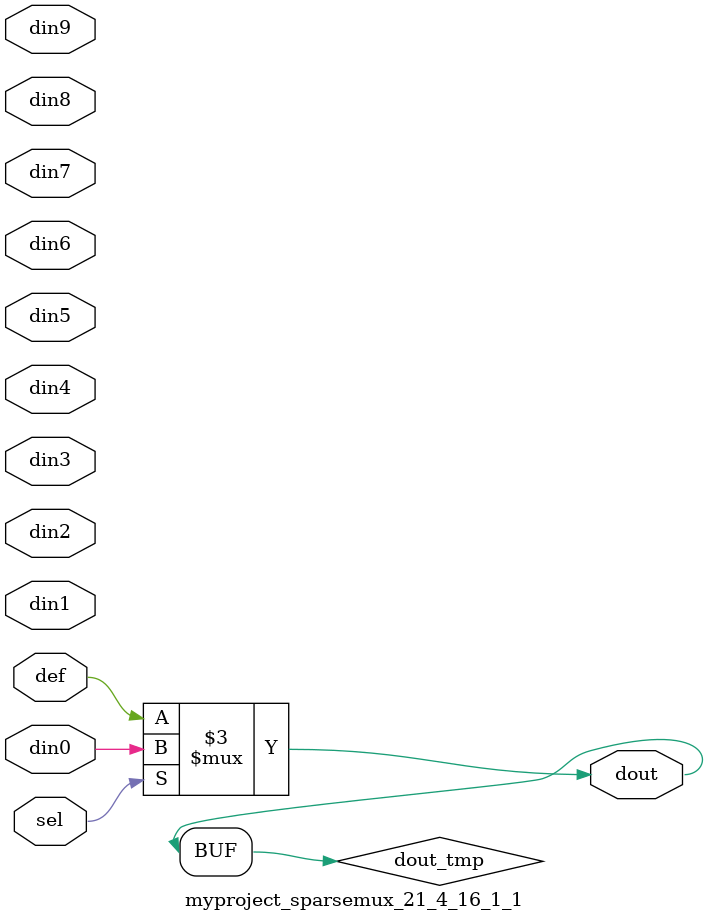
<source format=v>
`timescale 1ns / 1ps

module myproject_sparsemux_21_4_16_1_1 (din0,din1,din2,din3,din4,din5,din6,din7,din8,din9,def,sel,dout);

parameter din0_WIDTH = 1;

parameter din1_WIDTH = 1;

parameter din2_WIDTH = 1;

parameter din3_WIDTH = 1;

parameter din4_WIDTH = 1;

parameter din5_WIDTH = 1;

parameter din6_WIDTH = 1;

parameter din7_WIDTH = 1;

parameter din8_WIDTH = 1;

parameter din9_WIDTH = 1;

parameter def_WIDTH = 1;
parameter sel_WIDTH = 1;
parameter dout_WIDTH = 1;

parameter [sel_WIDTH-1:0] CASE0 = 1;

parameter [sel_WIDTH-1:0] CASE1 = 1;

parameter [sel_WIDTH-1:0] CASE2 = 1;

parameter [sel_WIDTH-1:0] CASE3 = 1;

parameter [sel_WIDTH-1:0] CASE4 = 1;

parameter [sel_WIDTH-1:0] CASE5 = 1;

parameter [sel_WIDTH-1:0] CASE6 = 1;

parameter [sel_WIDTH-1:0] CASE7 = 1;

parameter [sel_WIDTH-1:0] CASE8 = 1;

parameter [sel_WIDTH-1:0] CASE9 = 1;

parameter ID = 1;
parameter NUM_STAGE = 1;



input [din0_WIDTH-1:0] din0;

input [din1_WIDTH-1:0] din1;

input [din2_WIDTH-1:0] din2;

input [din3_WIDTH-1:0] din3;

input [din4_WIDTH-1:0] din4;

input [din5_WIDTH-1:0] din5;

input [din6_WIDTH-1:0] din6;

input [din7_WIDTH-1:0] din7;

input [din8_WIDTH-1:0] din8;

input [din9_WIDTH-1:0] din9;

input [def_WIDTH-1:0] def;
input [sel_WIDTH-1:0] sel;

output [dout_WIDTH-1:0] dout;



reg [dout_WIDTH-1:0] dout_tmp;


always @ (*) begin
(* parallel_case *) case (sel)
    
    CASE0 : dout_tmp = din0;
    
    CASE1 : dout_tmp = din1;
    
    CASE2 : dout_tmp = din2;
    
    CASE3 : dout_tmp = din3;
    
    CASE4 : dout_tmp = din4;
    
    CASE5 : dout_tmp = din5;
    
    CASE6 : dout_tmp = din6;
    
    CASE7 : dout_tmp = din7;
    
    CASE8 : dout_tmp = din8;
    
    CASE9 : dout_tmp = din9;
    
    default : dout_tmp = def;
endcase
end


assign dout = dout_tmp;



endmodule

</source>
